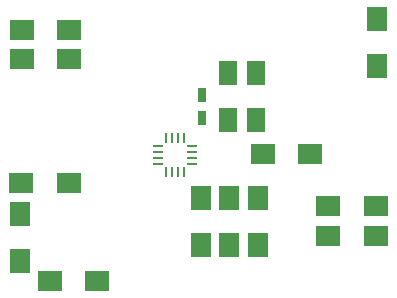
<source format=gtp>
%TF.GenerationSoftware,KiCad,Pcbnew,4.0.4+e1-6308~48~ubuntu16.04.1-stable*%
%TF.CreationDate,2016-10-26T09:11:57-07:00*%
%TF.ProjectId,CY8CMBR2044,435938434D4252323034342E6B696361,rev?*%
%TF.FileFunction,Paste,Top*%
%FSLAX46Y46*%
G04 Gerber Fmt 4.6, Leading zero omitted, Abs format (unit mm)*
G04 Created by KiCad (PCBNEW 4.0.4+e1-6308~48~ubuntu16.04.1-stable) date Wed Oct 26 09:11:57 2016*
%MOMM*%
%LPD*%
G01*
G04 APERTURE LIST*
%ADD10C,0.100000*%
%ADD11R,1.600000X2.000000*%
%ADD12R,0.750000X1.200000*%
%ADD13R,1.700000X2.000000*%
%ADD14R,2.000000X1.700000*%
%ADD15O,0.950000X0.250000*%
%ADD16O,0.250000X0.950000*%
G04 APERTURE END LIST*
D10*
D11*
X152332400Y-101979400D03*
X152332400Y-97979400D03*
X150032400Y-101979400D03*
X150032400Y-97979400D03*
D12*
X147828000Y-99872800D03*
X147828000Y-101772800D03*
D13*
X162610800Y-97409000D03*
X162610800Y-93409000D03*
D14*
X152972000Y-104838500D03*
X156972000Y-104838500D03*
D13*
X152527000Y-108521500D03*
X152527000Y-112521500D03*
X150114000Y-108521500D03*
X150114000Y-112521500D03*
X147701000Y-108521500D03*
X147701000Y-112521500D03*
D14*
X136499600Y-107315000D03*
X132499600Y-107315000D03*
X138938000Y-115570000D03*
X134938000Y-115570000D03*
D13*
X132410200Y-109880400D03*
X132410200Y-113880400D03*
D14*
X136525000Y-94361000D03*
X132525000Y-94361000D03*
X136525000Y-96748600D03*
X132525000Y-96748600D03*
X162496000Y-111760000D03*
X158496000Y-111760000D03*
X158496000Y-109220000D03*
X162496000Y-109220000D03*
D15*
X144050000Y-104150000D03*
X144050000Y-104650000D03*
X144050000Y-105150000D03*
X144050000Y-105650000D03*
D16*
X144750000Y-106350000D03*
X145250000Y-106350000D03*
X145750000Y-106350000D03*
X146250000Y-106350000D03*
D15*
X146950000Y-105650000D03*
X146950000Y-105150000D03*
X146950000Y-104650000D03*
X146950000Y-104150000D03*
D16*
X146250000Y-103450000D03*
X145750000Y-103450000D03*
X145250000Y-103450000D03*
X144750000Y-103450000D03*
M02*

</source>
